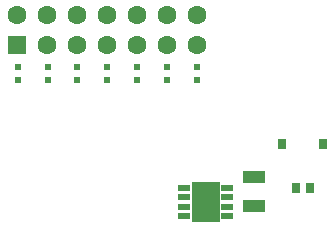
<source format=gbs>
G04*
G04 #@! TF.GenerationSoftware,Altium Limited,Altium Designer,22.10.1 (41)*
G04*
G04 Layer_Color=16711935*
%FSLAX25Y25*%
%MOIN*%
G70*
G04*
G04 #@! TF.SameCoordinates,6EEB4584-1C63-4AE3-A79B-07B07B7A1057*
G04*
G04*
G04 #@! TF.FilePolarity,Negative*
G04*
G01*
G75*
%ADD20R,0.02362X0.02362*%
%ADD59C,0.06302*%
%ADD60R,0.06302X0.06302*%
%ADD71R,0.07480X0.04331*%
%ADD74R,0.02762X0.03747*%
%ADD75R,0.03156X0.03550*%
%ADD76R,0.04337X0.01975*%
%ADD77R,0.09652X0.13195*%
D20*
X533446Y187733D02*
D03*
Y191867D02*
D03*
X572994Y187733D02*
D03*
Y191867D02*
D03*
X563160Y187733D02*
D03*
Y191867D02*
D03*
X552971Y187733D02*
D03*
Y191867D02*
D03*
X593281Y187733D02*
D03*
Y191867D02*
D03*
X583281Y187733D02*
D03*
Y191867D02*
D03*
X543493Y187733D02*
D03*
Y191867D02*
D03*
D59*
X563281Y209333D02*
D03*
Y199333D02*
D03*
X543281D02*
D03*
X553281D02*
D03*
X533281Y209333D02*
D03*
X543281D02*
D03*
X553281D02*
D03*
X573281Y199333D02*
D03*
Y209333D02*
D03*
X593281D02*
D03*
X583281D02*
D03*
X593281Y199333D02*
D03*
X583281D02*
D03*
D60*
X533281D02*
D03*
D71*
X612000Y155421D02*
D03*
Y145579D02*
D03*
D74*
X630724Y151513D02*
D03*
X626000D02*
D03*
D75*
X635252Y166375D02*
D03*
X621473D02*
D03*
D76*
X603284Y151724D02*
D03*
Y148575D02*
D03*
Y145425D02*
D03*
Y142276D02*
D03*
X588717D02*
D03*
Y145425D02*
D03*
Y148575D02*
D03*
Y151724D02*
D03*
D77*
X596000Y147000D02*
D03*
M02*

</source>
